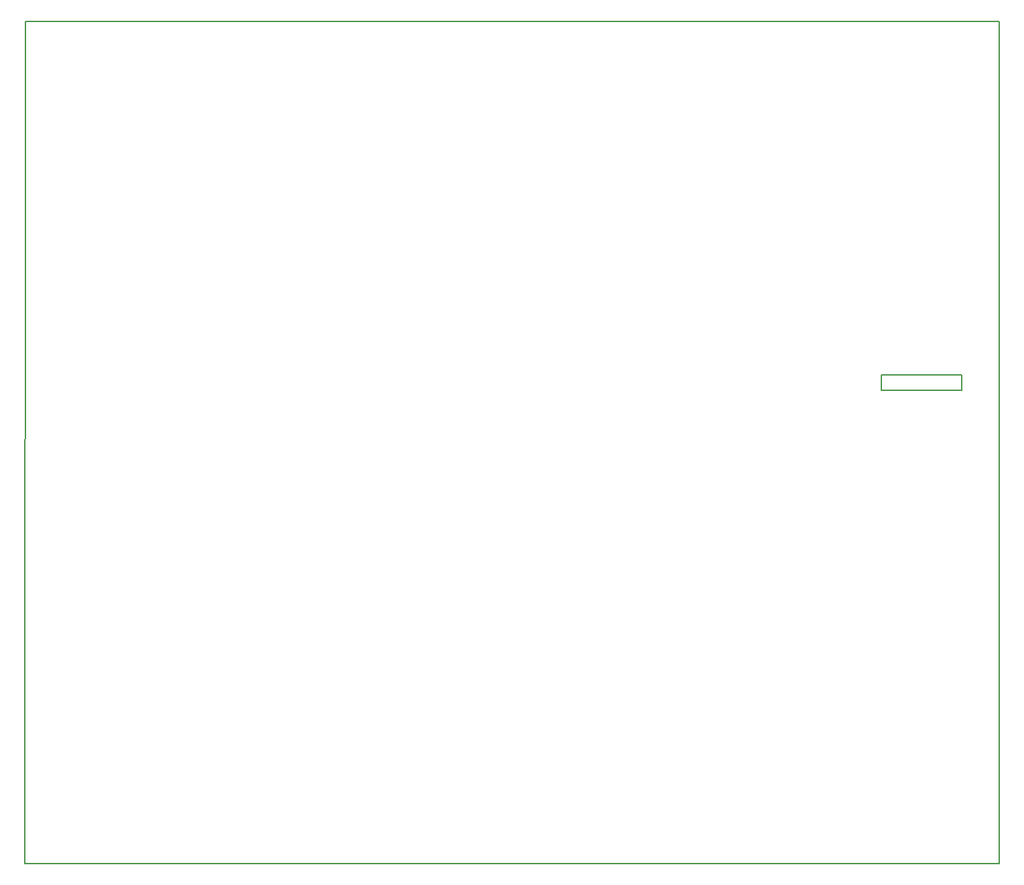
<source format=gbr>
G04 DipTrace 2.4.0.2*
%INBoardOutline.gbr*%
%MOIN*%
%ADD11C,0.0055*%
%FSLAX44Y44*%
G04*
G70*
G90*
G75*
G01*
%LNBoardOutline*%
%LPD*%
X-47047Y2620D2*
D11*
X1437D1*
Y-39313D1*
X-47062D1*
X-47047Y2620D1*
X-4437Y-15000D2*
X-437D1*
Y-15750D1*
X-4437D1*
Y-15000D1*
M02*

</source>
